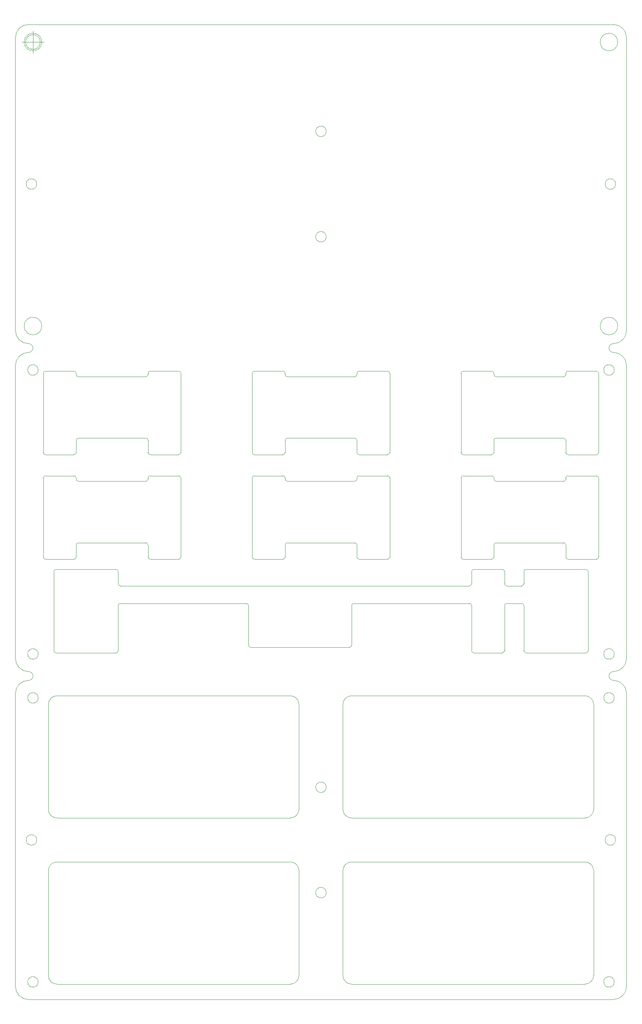
<source format=gm1>
G04 #@! TF.GenerationSoftware,KiCad,Pcbnew,(5.1.10)-1*
G04 #@! TF.CreationDate,2021-07-13T16:41:47+02:00*
G04 #@! TF.ProjectId,stab_tester,73746162-5f74-4657-9374-65722e6b6963,rev?*
G04 #@! TF.SameCoordinates,Original*
G04 #@! TF.FileFunction,Profile,NP*
%FSLAX46Y46*%
G04 Gerber Fmt 4.6, Leading zero omitted, Abs format (unit mm)*
G04 Created by KiCad (PCBNEW (5.1.10)-1) date 2021-07-13 16:41:47*
%MOMM*%
%LPD*%
G01*
G04 APERTURE LIST*
G04 #@! TA.AperFunction,Profile*
%ADD10C,0.050000*%
G04 #@! TD*
G04 APERTURE END LIST*
D10*
X173863001Y-186482002D02*
G75*
G02*
X173863001Y-184482002I0J1000000D01*
G01*
X40513001Y-184482002D02*
G75*
G02*
X40513001Y-186482002I0J-1000000D01*
G01*
X173863000Y-111807001D02*
G75*
G02*
X173863000Y-109807001I0J1000000D01*
G01*
X139125002Y-140394502D02*
X139125002Y-158394502D01*
X139625002Y-158894502D02*
G75*
G02*
X139125002Y-158394502I0J500000D01*
G01*
X147125004Y-141144501D02*
G75*
G02*
X146625003Y-140644502I-1J500000D01*
G01*
X146625003Y-140644502D02*
X146625003Y-140394502D01*
X147125003Y-155144502D02*
X162501003Y-155144502D01*
X67251002Y-155144502D02*
G75*
G02*
X67751002Y-155644502I0J-500000D01*
G01*
X163001003Y-140394501D02*
G75*
G02*
X163501003Y-139894501I500000J0D01*
G01*
X163501003Y-158894502D02*
G75*
G02*
X163001003Y-158394502I0J500000D01*
G01*
X139625002Y-158894502D02*
X146125003Y-158894502D01*
X51375001Y-158394502D02*
X51375002Y-155644502D01*
X146625003Y-158394502D02*
G75*
G02*
X146125003Y-158894502I-500000J0D01*
G01*
X146125002Y-139894501D02*
G75*
G02*
X146625003Y-140394502I0J-500001D01*
G01*
X163001003Y-155644502D02*
X163001003Y-158394502D01*
X163501003Y-158894502D02*
X170001003Y-158894502D01*
X162501003Y-141144501D02*
X147125003Y-141144502D01*
X170501003Y-158394502D02*
G75*
G02*
X170001003Y-158894502I-500000J0D01*
G01*
X139125002Y-140394502D02*
G75*
G02*
X139625002Y-139894502I500000J0D01*
G01*
X170501003Y-158394502D02*
X170501003Y-140394501D01*
X163001003Y-140394501D02*
X163001003Y-140644501D01*
X170001003Y-139894501D02*
G75*
G02*
X170501003Y-140394501I0J-500000D01*
G01*
X170001003Y-139894501D02*
X163501003Y-139894501D01*
X146125003Y-139894501D02*
X139625002Y-139894502D01*
X146625003Y-155644502D02*
G75*
G02*
X147125003Y-155144502I500000J0D01*
G01*
X99500003Y-155144502D02*
X114876003Y-155144502D01*
X122376003Y-139894501D02*
G75*
G02*
X122876003Y-140394501I0J-500000D01*
G01*
X163001002Y-140644502D02*
G75*
G02*
X162501003Y-141144501I-499999J0D01*
G01*
X99500004Y-141144501D02*
G75*
G02*
X99000003Y-140644502I-1J500000D01*
G01*
X91500002Y-140394502D02*
X91500002Y-158394502D01*
X162501003Y-155144502D02*
G75*
G02*
X163001003Y-155644502I0J-500000D01*
G01*
X99000003Y-140644502D02*
X99000003Y-140394502D01*
X92000002Y-158894502D02*
X98500003Y-158894502D01*
X99000003Y-155644502D02*
G75*
G02*
X99500003Y-155144502I500000J0D01*
G01*
X115876003Y-158894502D02*
G75*
G02*
X115376003Y-158394502I0J500000D01*
G01*
X146625002Y-158394502D02*
X146625003Y-155644502D01*
X92000002Y-158894502D02*
G75*
G02*
X91500002Y-158394502I0J500000D01*
G01*
X122876003Y-158394502D02*
X122876003Y-140394501D01*
X115376003Y-140394501D02*
G75*
G02*
X115876003Y-139894501I500000J0D01*
G01*
X122376003Y-139894501D02*
X115876003Y-139894501D01*
X99000002Y-158394502D02*
X99000003Y-155644502D01*
X114876003Y-141144501D02*
X99500003Y-141144502D01*
X99000003Y-158394502D02*
G75*
G02*
X98500003Y-158894502I-500000J0D01*
G01*
X98500002Y-139894501D02*
G75*
G02*
X99000003Y-140394502I0J-500001D01*
G01*
X115376003Y-140394501D02*
X115376003Y-140644501D01*
X115376003Y-155644502D02*
X115376003Y-158394502D01*
X122876003Y-158394502D02*
G75*
G02*
X122376003Y-158894502I-500000J0D01*
G01*
X91500002Y-140394502D02*
G75*
G02*
X92000002Y-139894502I500000J0D01*
G01*
X147125003Y-117332001D02*
G75*
G02*
X146625002Y-116832002I-1J500000D01*
G01*
X98500003Y-139894501D02*
X92000002Y-139894502D01*
X139625001Y-135082002D02*
X146125002Y-135082002D01*
X139125001Y-116582002D02*
X139125001Y-134582002D01*
X139625001Y-135082002D02*
G75*
G02*
X139125001Y-134582002I0J500000D01*
G01*
X139125001Y-116582002D02*
G75*
G02*
X139625001Y-116082002I500000J0D01*
G01*
X146625002Y-131832002D02*
G75*
G02*
X147125002Y-131332002I500000J0D01*
G01*
X146625002Y-134582002D02*
G75*
G02*
X146125002Y-135082002I-500000J0D01*
G01*
X163001002Y-131832002D02*
X163001002Y-134582002D01*
X115376002Y-140644502D02*
G75*
G02*
X114876003Y-141144501I-499999J0D01*
G01*
X170501002Y-134582002D02*
X170501002Y-116582001D01*
X170001002Y-116082001D02*
X163501002Y-116082001D01*
X146125001Y-116082001D02*
G75*
G02*
X146625002Y-116582002I0J-500001D01*
G01*
X163501002Y-135082002D02*
X170001002Y-135082002D01*
X170001002Y-116082001D02*
G75*
G02*
X170501002Y-116582001I0J-500000D01*
G01*
X146125002Y-116082001D02*
X139625001Y-116082002D01*
X147125002Y-131332002D02*
X162501002Y-131332002D01*
X163001002Y-116582001D02*
X163001002Y-116832001D01*
X146625002Y-116832002D02*
X146625002Y-116582002D01*
X115876003Y-158894502D02*
X122376003Y-158894502D01*
X170501002Y-134582002D02*
G75*
G02*
X170001002Y-135082002I-500000J0D01*
G01*
X162501002Y-117332001D02*
X147125002Y-117332002D01*
X114876003Y-155144502D02*
G75*
G02*
X115376003Y-155644502I0J-500000D01*
G01*
X92000001Y-135082002D02*
X98500002Y-135082002D01*
X163501002Y-135082002D02*
G75*
G02*
X163001002Y-134582002I0J500000D01*
G01*
X163001001Y-116832002D02*
G75*
G02*
X162501002Y-117332001I-499999J0D01*
G01*
X98500001Y-116082001D02*
G75*
G02*
X99000002Y-116582002I0J-500001D01*
G01*
X122376002Y-116082001D02*
X115876002Y-116082001D01*
X115376002Y-116582001D02*
X115376002Y-116832001D01*
X99000002Y-131832002D02*
G75*
G02*
X99500002Y-131332002I500000J0D01*
G01*
X114876002Y-117332001D02*
X99500002Y-117332002D01*
X99500002Y-131332002D02*
X114876002Y-131332002D01*
X122376002Y-116082001D02*
G75*
G02*
X122876002Y-116582001I0J-500000D01*
G01*
X162501002Y-131332002D02*
G75*
G02*
X163001002Y-131832002I0J-500000D01*
G01*
X122876002Y-134582002D02*
X122876002Y-116582001D01*
X115376002Y-131832002D02*
X115376002Y-134582002D01*
X98500002Y-116082001D02*
X92000001Y-116082002D01*
X99000002Y-134582002D02*
G75*
G02*
X98500002Y-135082002I-500000J0D01*
G01*
X99000002Y-116832002D02*
X99000002Y-116582002D01*
X115876002Y-135082002D02*
X122376002Y-135082002D01*
X163001002Y-116582001D02*
G75*
G02*
X163501002Y-116082001I500000J0D01*
G01*
X91500001Y-116582002D02*
X91500001Y-134582002D01*
X99500003Y-117332001D02*
G75*
G02*
X99000002Y-116832002I-1J500000D01*
G01*
X146625001Y-134582002D02*
X146625002Y-131832002D01*
X92000001Y-135082002D02*
G75*
G02*
X91500001Y-134582002I0J500000D01*
G01*
X91500001Y-116582002D02*
G75*
G02*
X92000001Y-116082002I500000J0D01*
G01*
X99000001Y-134582002D02*
X99000002Y-131832002D01*
X40513001Y-259157001D02*
G75*
G02*
X37513002Y-256157002I0J2999999D01*
G01*
X173863001Y-259157002D02*
X40513001Y-259157002D01*
X37513001Y-189482002D02*
G75*
G02*
X40513001Y-186482002I3000000J0D01*
G01*
X122876002Y-134582002D02*
G75*
G02*
X122376002Y-135082002I-500000J0D01*
G01*
X176863002Y-256157001D02*
G75*
G02*
X173863001Y-259157002I-3000001J0D01*
G01*
X174063001Y-255157002D02*
G75*
G03*
X174063001Y-255157002I-1200000J0D01*
G01*
X169363000Y-253657002D02*
X169363000Y-229819502D01*
X112188000Y-229819502D02*
X112188000Y-253657002D01*
X42713000Y-255157002D02*
G75*
G03*
X42713000Y-255157002I-1199999J0D01*
G01*
X176863001Y-189482002D02*
X176863001Y-256157002D01*
X167363000Y-227819502D02*
G75*
G02*
X169363000Y-229819502I0J-2000000D01*
G01*
X167363000Y-255657002D02*
X114188000Y-255657002D01*
X114188000Y-227819502D02*
X167363000Y-227819502D01*
X114876002Y-131332002D02*
G75*
G02*
X115376002Y-131832002I0J-500000D01*
G01*
X174063001Y-190482001D02*
G75*
G03*
X174063001Y-190482001I-1200000J0D01*
G01*
X173863001Y-186482002D02*
G75*
G02*
X176863001Y-189482002I0J-3000000D01*
G01*
X114187999Y-255657003D02*
G75*
G02*
X112188000Y-253657002I1J2000000D01*
G01*
X115376001Y-116832002D02*
G75*
G02*
X114876002Y-117332001I-499999J0D01*
G01*
X115876002Y-135082002D02*
G75*
G02*
X115376002Y-134582002I0J500000D01*
G01*
X115376002Y-116582001D02*
G75*
G02*
X115876002Y-116082001I500000J0D01*
G01*
X42712999Y-190482001D02*
G75*
G03*
X42712999Y-190482001I-1199999J0D01*
G01*
X37513002Y-256157002D02*
X37513001Y-189482002D01*
X112188000Y-191982001D02*
G75*
G02*
X114188000Y-189982001I2000000J0D01*
G01*
X169363000Y-215819501D02*
G75*
G02*
X167363000Y-217819501I-2000000J0D01*
G01*
X47013000Y-227819501D02*
X100188000Y-227819501D01*
X114188000Y-189982001D02*
X167363000Y-189982001D01*
X167363000Y-189982001D02*
G75*
G02*
X169363000Y-191982001I0J-2000000D01*
G01*
X42712999Y-115807001D02*
G75*
G03*
X42712999Y-115807001I-1199999J0D01*
G01*
X45013000Y-229819501D02*
X45013000Y-253657001D01*
X42713000Y-180482002D02*
G75*
G03*
X42713000Y-180482002I-1199999J0D01*
G01*
X169363000Y-253657002D02*
G75*
G02*
X167363000Y-255657002I-2000000J0D01*
G01*
X114187999Y-217819502D02*
G75*
G02*
X112188000Y-215819501I1J2000000D01*
G01*
X100188000Y-227819501D02*
G75*
G02*
X102188000Y-229819501I0J-2000000D01*
G01*
X100188000Y-255657001D02*
X47013000Y-255657001D01*
X112188000Y-229819502D02*
G75*
G02*
X114188000Y-227819502I2000000J0D01*
G01*
X102188000Y-253657001D02*
G75*
G02*
X100188000Y-255657001I-2000000J0D01*
G01*
X169363000Y-215819501D02*
X169363000Y-191982001D01*
X102188000Y-253657001D02*
X102188000Y-229819501D01*
X112188000Y-191982001D02*
X112188000Y-215819501D01*
X45013000Y-229819501D02*
G75*
G02*
X47013000Y-227819501I2000000J0D01*
G01*
X167363000Y-217819501D02*
X114188000Y-217819501D01*
X40513001Y-184482001D02*
G75*
G02*
X37513002Y-181482002I0J2999999D01*
G01*
X47012999Y-255657002D02*
G75*
G02*
X45013000Y-253657001I1J2000000D01*
G01*
X43875000Y-116582002D02*
X43875000Y-134582002D01*
X43875000Y-116582002D02*
G75*
G02*
X44375000Y-116082002I500000J0D01*
G01*
X50875001Y-116082001D02*
X44375000Y-116082002D01*
X102188000Y-215819501D02*
X102188000Y-191982001D01*
X67251001Y-117332001D02*
X51875001Y-117332002D01*
X67751000Y-116832002D02*
G75*
G02*
X67251001Y-117332001I-499999J0D01*
G01*
X67751001Y-116582001D02*
G75*
G02*
X68251001Y-116082001I500000J0D01*
G01*
X74751001Y-116082001D02*
G75*
G02*
X75251001Y-116582001I0J-500000D01*
G01*
X174388000Y-222819502D02*
G75*
G03*
X174388000Y-222819502I-1200000J0D01*
G01*
X51375001Y-116832002D02*
X51375001Y-116582002D01*
X51875002Y-117332001D02*
G75*
G02*
X51375001Y-116832002I-1J500000D01*
G01*
X74751001Y-116082001D02*
X68251001Y-116082001D01*
X50875000Y-116082001D02*
G75*
G02*
X51375001Y-116582002I0J-500001D01*
G01*
X108388000Y-234819501D02*
G75*
G03*
X108388000Y-234819501I-1200000J0D01*
G01*
X45013000Y-191982001D02*
X45013000Y-215819501D01*
X108388000Y-210819501D02*
G75*
G03*
X108388000Y-210819501I-1200000J0D01*
G01*
X47012999Y-217819502D02*
G75*
G02*
X45013000Y-215819501I1J2000000D01*
G01*
X100188000Y-189982001D02*
G75*
G02*
X102188000Y-191982001I0J-2000000D01*
G01*
X45013000Y-191982001D02*
G75*
G02*
X47013000Y-189982001I2000000J0D01*
G01*
X42388000Y-222819501D02*
G75*
G03*
X42388000Y-222819501I-1200000J0D01*
G01*
X47013000Y-189982001D02*
X100188000Y-189982001D01*
X100188000Y-217819501D02*
X47013000Y-217819501D01*
X102188000Y-215819501D02*
G75*
G02*
X100188000Y-217819501I-2000000J0D01*
G01*
X51375001Y-134582002D02*
G75*
G02*
X50875001Y-135082002I-500000J0D01*
G01*
X174063001Y-180482002D02*
G75*
G03*
X174063001Y-180482002I-1200000J0D01*
G01*
X91163000Y-178957002D02*
X113688001Y-178957002D01*
X75251002Y-158394502D02*
G75*
G02*
X74751002Y-158894502I-500000J0D01*
G01*
X68251002Y-158894502D02*
G75*
G02*
X67751002Y-158394502I0J500000D01*
G01*
X67751002Y-140394501D02*
G75*
G02*
X68251002Y-139894501I500000J0D01*
G01*
X67751001Y-140644502D02*
G75*
G02*
X67251002Y-141144501I-499999J0D01*
G01*
X74751002Y-139894501D02*
X68251002Y-139894501D01*
X68251002Y-158894502D02*
X74751002Y-158894502D01*
X75251002Y-158394502D02*
X75251002Y-140394501D01*
X51875003Y-141144501D02*
G75*
G02*
X51375002Y-140644502I-1J500000D01*
G01*
X43875001Y-140394502D02*
X43875001Y-158394502D01*
X40513000Y-109807001D02*
G75*
G02*
X40513001Y-111807001I1J-1000000D01*
G01*
X44375001Y-158894502D02*
G75*
G02*
X43875001Y-158394502I0J500000D01*
G01*
X67251002Y-141144501D02*
X51875002Y-141144502D01*
X51375002Y-155644502D02*
G75*
G02*
X51875002Y-155144502I500000J0D01*
G01*
X51875002Y-155144502D02*
X67251002Y-155144502D01*
X74751002Y-139894501D02*
G75*
G02*
X75251002Y-140394501I0J-500000D01*
G01*
X50875002Y-139894501D02*
X44375001Y-139894502D01*
X67751002Y-155644502D02*
X67751002Y-158394502D01*
X51375002Y-158394502D02*
G75*
G02*
X50875002Y-158894502I-500000J0D01*
G01*
X44375001Y-158894502D02*
X50875002Y-158894502D01*
X43875001Y-140394502D02*
G75*
G02*
X44375001Y-139894502I500000J0D01*
G01*
X67751002Y-140394501D02*
X67751002Y-140644501D01*
X50875001Y-139894501D02*
G75*
G02*
X51375002Y-140394502I0J-500001D01*
G01*
X51375002Y-140644502D02*
X51375002Y-140394502D01*
X90163000Y-168957002D02*
G75*
G02*
X90663000Y-169457002I0J-500000D01*
G01*
X114188001Y-169457001D02*
G75*
G02*
X114688001Y-168957001I500000J0D01*
G01*
X90663000Y-169457002D02*
X90663001Y-178457002D01*
X67251001Y-131332002D02*
G75*
G02*
X67751001Y-131832002I0J-500000D01*
G01*
X75251001Y-134582002D02*
X75251001Y-116582001D01*
X61438001Y-164957002D02*
G75*
G02*
X60938001Y-164457002I0J500000D01*
G01*
X141538000Y-161707002D02*
G75*
G02*
X142038000Y-161207002I500000J0D01*
G01*
X152938000Y-164957001D02*
X149538000Y-164957001D01*
X44375000Y-135082002D02*
X50875001Y-135082002D01*
X142038000Y-180207002D02*
X148538000Y-180207002D01*
X61438001Y-168957002D02*
X90163000Y-168957002D01*
X149038000Y-169457001D02*
G75*
G02*
X149538000Y-168957001I500000J0D01*
G01*
X68251001Y-135082002D02*
X74751001Y-135082002D01*
X91163000Y-178957001D02*
G75*
G02*
X90663001Y-178457002I0J499999D01*
G01*
X44375000Y-135082002D02*
G75*
G02*
X43875000Y-134582002I0J500000D01*
G01*
X141038000Y-168957001D02*
G75*
G02*
X141538000Y-169457001I0J-500000D01*
G01*
X75251001Y-134582002D02*
G75*
G02*
X74751001Y-135082002I-500000J0D01*
G01*
X67751001Y-131832002D02*
X67751001Y-134582002D01*
X142038001Y-180207002D02*
G75*
G02*
X141538000Y-179707001I0J500001D01*
G01*
X176863002Y-181482001D02*
G75*
G02*
X173863001Y-184482002I-3000001J0D01*
G01*
X152938000Y-168957001D02*
G75*
G02*
X153438000Y-169457001I0J-500000D01*
G01*
X60938001Y-179707002D02*
X60938001Y-169457002D01*
X168126000Y-179707001D02*
G75*
G02*
X167626000Y-180207001I-500000J0D01*
G01*
X149038000Y-164457001D02*
X149038000Y-161707002D01*
X51375001Y-131832002D02*
G75*
G02*
X51875001Y-131332002I500000J0D01*
G01*
X149538000Y-168957001D02*
X152938000Y-168957001D01*
X167626000Y-161207002D02*
G75*
G02*
X168126000Y-161707002I0J-500000D01*
G01*
X51875001Y-131332002D02*
X67251001Y-131332002D01*
X114188001Y-178457002D02*
G75*
G02*
X113688001Y-178957002I-500000J0D01*
G01*
X114188001Y-178457002D02*
X114188001Y-169457001D01*
X60938002Y-179707001D02*
G75*
G02*
X60438001Y-180207002I-500001J0D01*
G01*
X60938001Y-164457002D02*
X60938001Y-161707002D01*
X141538000Y-169457001D02*
X141538000Y-179707001D01*
X68251001Y-135082002D02*
G75*
G02*
X67751001Y-134582002I0J500000D01*
G01*
X114688001Y-168957001D02*
X141038000Y-168957001D01*
X67751001Y-116582001D02*
X67751001Y-116832001D01*
X153438000Y-164457001D02*
G75*
G02*
X152938000Y-164957001I-500000J0D01*
G01*
X46288000Y-161707002D02*
X46288000Y-179707001D01*
X153938000Y-180207002D02*
X167626000Y-180207001D01*
X153438000Y-161707002D02*
G75*
G02*
X153938000Y-161207002I500000J0D01*
G01*
X153438000Y-169457001D02*
X153438000Y-179707002D01*
X46788000Y-180207001D02*
G75*
G02*
X46288000Y-179707001I0J500000D01*
G01*
X168126000Y-179707001D02*
X168126000Y-161707002D01*
X149538000Y-164957001D02*
G75*
G02*
X149038000Y-164457001I0J500000D01*
G01*
X141538000Y-161707002D02*
X141538000Y-164457001D01*
X167626000Y-161207002D02*
X153938000Y-161207002D01*
X51375000Y-134582002D02*
X51375001Y-131832002D01*
X153938001Y-180207001D02*
G75*
G02*
X153438000Y-179707002I-1J500000D01*
G01*
X46288001Y-161707001D02*
G75*
G02*
X46788000Y-161207002I499999J0D01*
G01*
X149038000Y-179707002D02*
X149038000Y-169457001D01*
X60438001Y-161207002D02*
G75*
G02*
X60938001Y-161707002I0J-500000D01*
G01*
X148538000Y-161207002D02*
X142038000Y-161207002D01*
X60938001Y-169457002D02*
G75*
G02*
X61438001Y-168957002I500000J0D01*
G01*
X60438001Y-180207002D02*
X46788000Y-180207001D01*
X148538000Y-161207002D02*
G75*
G02*
X149038000Y-161707002I0J-500000D01*
G01*
X173863001Y-111807002D02*
G75*
G02*
X176863001Y-114807002I0J-3000000D01*
G01*
X60438001Y-161207002D02*
X46788000Y-161207002D01*
X141538000Y-164457001D02*
G75*
G02*
X141038000Y-164957001I-500000J0D01*
G01*
X141038000Y-164957001D02*
X61438001Y-164957002D01*
X153438000Y-161707002D02*
X153438000Y-164457001D01*
X149038001Y-179707001D02*
G75*
G02*
X148538000Y-180207002I-500001J0D01*
G01*
X176863001Y-114807002D02*
X176863001Y-181482002D01*
X174063001Y-115807001D02*
G75*
G03*
X174063001Y-115807001I-1200000J0D01*
G01*
X37513002Y-181482002D02*
X37513001Y-114807002D01*
X37513001Y-114807002D02*
G75*
G02*
X40513001Y-111807002I3000000J0D01*
G01*
X43513000Y-105807001D02*
G75*
G03*
X43513000Y-105807001I-2000000J0D01*
G01*
X174863000Y-105807001D02*
G75*
G03*
X174863000Y-105807001I-2000000J0D01*
G01*
X43513000Y-41132001D02*
G75*
G03*
X43513000Y-41132001I-2000000J0D01*
G01*
X174388000Y-73469501D02*
G75*
G03*
X174388000Y-73469501I-1200000J0D01*
G01*
X40513000Y-37132001D02*
X173863000Y-37132001D01*
X176863000Y-40132001D02*
X176863000Y-106807001D01*
X174863000Y-41132001D02*
G75*
G03*
X174863000Y-41132001I-2000000J0D01*
G01*
X42388000Y-73469501D02*
G75*
G03*
X42388000Y-73469501I-1200000J0D01*
G01*
X108388000Y-85469501D02*
G75*
G03*
X108388000Y-85469501I-1200000J0D01*
G01*
X108388000Y-61469501D02*
G75*
G03*
X108388000Y-61469501I-1200000J0D01*
G01*
X40513000Y-109807000D02*
G75*
G02*
X37513001Y-106807001I0J2999999D01*
G01*
X37513001Y-106807001D02*
X37513000Y-40132001D01*
X37513000Y-40132001D02*
G75*
G02*
X40513000Y-37132001I3000000J0D01*
G01*
X176863001Y-106807000D02*
G75*
G02*
X173863000Y-109807001I-3000001J0D01*
G01*
X173863000Y-37132001D02*
G75*
G02*
X176863000Y-40132001I0J-3000000D01*
G01*
X43179666Y-41132001D02*
G75*
G03*
X43179666Y-41132001I-1666666J0D01*
G01*
X39013000Y-41132001D02*
X44013000Y-41132001D01*
X41513000Y-38632001D02*
X41513000Y-43632001D01*
M02*

</source>
